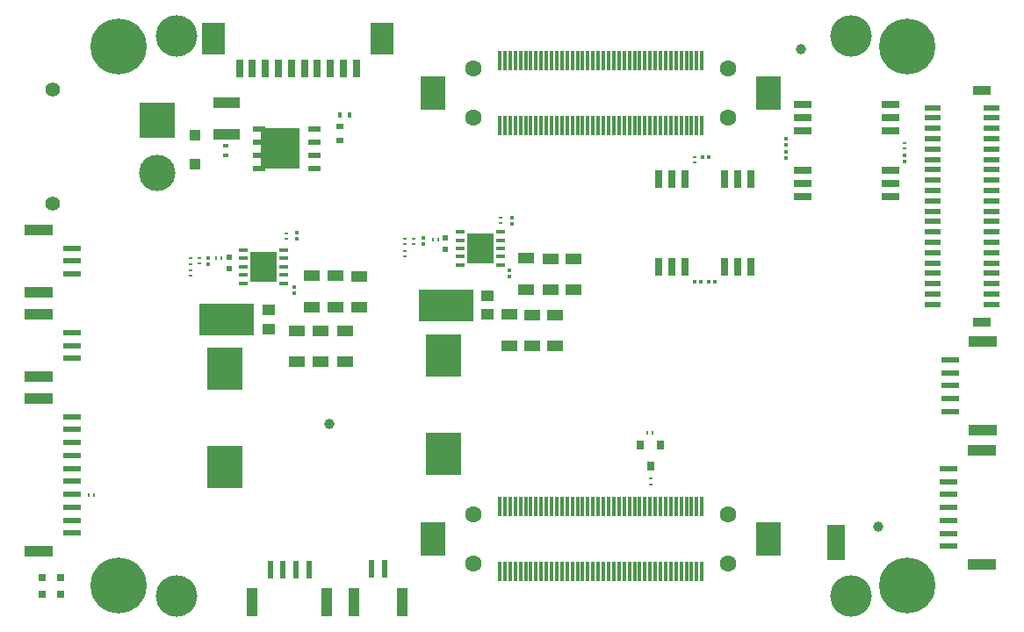
<source format=gbr>
%TF.GenerationSoftware,KiCad,Pcbnew,(5.1.8)-1*%
%TF.CreationDate,2021-06-12T11:00:54-04:00*%
%TF.ProjectId,pixc4-jetson-universal-carrier,70697863-342d-46a6-9574-736f6e2d756e,rev?*%
%TF.SameCoordinates,Original*%
%TF.FileFunction,Soldermask,Top*%
%TF.FilePolarity,Negative*%
%FSLAX46Y46*%
G04 Gerber Fmt 4.6, Leading zero omitted, Abs format (unit mm)*
G04 Created by KiCad (PCBNEW (5.1.8)-1) date 2021-06-12 11:00:54*
%MOMM*%
%LPD*%
G01*
G04 APERTURE LIST*
%ADD10R,3.500001X4.099999*%
%ADD11R,3.500000X4.100000*%
%ADD12C,4.000000*%
%ADD13C,1.600000*%
%ADD14R,2.450000X3.200000*%
%ADD15R,0.300000X1.900000*%
%ADD16R,1.800000X0.600000*%
%ADD17R,2.800000X1.000000*%
%ADD18R,0.280000X0.430000*%
%ADD19R,1.800000X0.850000*%
%ADD20R,1.600000X0.600000*%
%ADD21R,0.400000X0.600000*%
%ADD22R,0.430000X0.280000*%
%ADD23R,0.600000X0.400000*%
%ADD24R,3.750000X3.910000*%
%ADD25R,1.270000X0.610000*%
%ADD26C,3.500000*%
%ADD27R,3.500000X3.500000*%
%ADD28C,1.400000*%
%ADD29R,0.800000X1.700000*%
%ADD30R,2.200000X3.100000*%
%ADD31R,0.700000X0.600000*%
%ADD32R,1.100000X1.100000*%
%ADD33R,2.500000X1.000000*%
%ADD34R,0.800000X0.900000*%
%ADD35R,1.143000X0.990600*%
%ADD36R,5.207000X3.098800*%
%ADD37R,2.600000X3.000000*%
%ADD38R,0.860000X0.320000*%
%ADD39R,1.714500X0.762000*%
%ADD40R,0.762000X1.714500*%
%ADD41R,1.800000X3.400000*%
%ADD42R,0.600000X1.800000*%
%ADD43R,1.000000X2.800000*%
%ADD44C,1.000000*%
%ADD45R,0.800000X0.800000*%
%ADD46R,1.600000X1.000000*%
%ADD47R,0.350000X0.300000*%
%ADD48R,0.500000X0.600000*%
%ADD49R,0.300000X0.350000*%
%ADD50C,5.400000*%
%ADD51C,0.800000*%
G04 APERTURE END LIST*
D10*
%TO.C,L1*%
X92831920Y-121054060D03*
D11*
X92831920Y-111554060D03*
%TD*%
D10*
%TO.C,L2*%
X71744840Y-122306480D03*
D11*
X71744840Y-112806480D03*
%TD*%
D12*
%TO.C,U5*%
X132105400Y-134734300D03*
X67105400Y-134734300D03*
X132105400Y-80734300D03*
X67105400Y-80734300D03*
%TD*%
D13*
%TO.C,J5*%
X120250000Y-88625000D03*
X95750000Y-88625000D03*
D14*
X124175000Y-86250000D03*
X91825000Y-86250000D03*
D13*
X120250000Y-83875000D03*
X95750000Y-83875000D03*
D15*
X117750000Y-83100000D03*
X117250000Y-83100000D03*
X116750000Y-83100000D03*
X116250000Y-83100000D03*
X115750000Y-83100000D03*
X115250000Y-83100000D03*
X114750000Y-83100000D03*
X114250000Y-83100000D03*
X113750000Y-83100000D03*
X113250000Y-83100000D03*
X112750000Y-83100000D03*
X112250000Y-83100000D03*
X111750000Y-83100000D03*
X111250000Y-83100000D03*
X110750000Y-83100000D03*
X110250000Y-83100000D03*
X109750000Y-83100000D03*
X109250000Y-83100000D03*
X108750000Y-83100000D03*
X108250000Y-83100000D03*
X107750000Y-83100000D03*
X107250000Y-83100000D03*
X106750000Y-83100000D03*
X106250000Y-83100000D03*
X105750000Y-83100000D03*
X105250000Y-83100000D03*
X104750000Y-83100000D03*
X104250000Y-83100000D03*
X103750000Y-83100000D03*
X103250000Y-83100000D03*
X102750000Y-83100000D03*
X102250000Y-83100000D03*
X101750000Y-83100000D03*
X101250000Y-83100000D03*
X100750000Y-83100000D03*
X100250000Y-83100000D03*
X99750000Y-83100000D03*
X99250000Y-83100000D03*
X98750000Y-83100000D03*
X98250000Y-83100000D03*
X117750000Y-89400000D03*
X117250000Y-89400000D03*
X116750000Y-89400000D03*
X116250000Y-89400000D03*
X115750000Y-89400000D03*
X115250000Y-89400000D03*
X114750000Y-89400000D03*
X114250000Y-89400000D03*
X113750000Y-89400000D03*
X113250000Y-89400000D03*
X112750000Y-89400000D03*
X112250000Y-89400000D03*
X111750000Y-89400000D03*
X111250000Y-89400000D03*
X110750000Y-89400000D03*
X110250000Y-89400000D03*
X109750000Y-89400000D03*
X109250000Y-89400000D03*
X108750000Y-89400000D03*
X108250000Y-89400000D03*
X107750000Y-89400000D03*
X107250000Y-89400000D03*
X106750000Y-89400000D03*
X106250000Y-89400000D03*
X105750000Y-89400000D03*
X105250000Y-89400000D03*
X104750000Y-89400000D03*
X104250000Y-89400000D03*
X103750000Y-89400000D03*
X103250000Y-89400000D03*
X102750000Y-89400000D03*
X102250000Y-89400000D03*
X101750000Y-89400000D03*
X101250000Y-89400000D03*
X100750000Y-89400000D03*
X100250000Y-89400000D03*
X99750000Y-89400000D03*
X99250000Y-89400000D03*
X98750000Y-89400000D03*
X98250000Y-89400000D03*
%TD*%
D13*
%TO.C,J6*%
X120250000Y-131625000D03*
X95750000Y-131625000D03*
D14*
X124175000Y-129250000D03*
X91825000Y-129250000D03*
D13*
X120250000Y-126875000D03*
X95750000Y-126875000D03*
D15*
X117750000Y-126100000D03*
X117250000Y-126100000D03*
X116750000Y-126100000D03*
X116250000Y-126100000D03*
X115750000Y-126100000D03*
X115250000Y-126100000D03*
X114750000Y-126100000D03*
X114250000Y-126100000D03*
X113750000Y-126100000D03*
X113250000Y-126100000D03*
X112750000Y-126100000D03*
X112250000Y-126100000D03*
X111750000Y-126100000D03*
X111250000Y-126100000D03*
X110750000Y-126100000D03*
X110250000Y-126100000D03*
X109750000Y-126100000D03*
X109250000Y-126100000D03*
X108750000Y-126100000D03*
X108250000Y-126100000D03*
X107750000Y-126100000D03*
X107250000Y-126100000D03*
X106750000Y-126100000D03*
X106250000Y-126100000D03*
X105750000Y-126100000D03*
X105250000Y-126100000D03*
X104750000Y-126100000D03*
X104250000Y-126100000D03*
X103750000Y-126100000D03*
X103250000Y-126100000D03*
X102750000Y-126100000D03*
X102250000Y-126100000D03*
X101750000Y-126100000D03*
X101250000Y-126100000D03*
X100750000Y-126100000D03*
X100250000Y-126100000D03*
X99750000Y-126100000D03*
X99250000Y-126100000D03*
X98750000Y-126100000D03*
X98250000Y-126100000D03*
X117750000Y-132400000D03*
X117250000Y-132400000D03*
X116750000Y-132400000D03*
X116250000Y-132400000D03*
X115750000Y-132400000D03*
X115250000Y-132400000D03*
X114750000Y-132400000D03*
X114250000Y-132400000D03*
X113750000Y-132400000D03*
X113250000Y-132400000D03*
X112750000Y-132400000D03*
X112250000Y-132400000D03*
X111750000Y-132400000D03*
X111250000Y-132400000D03*
X110750000Y-132400000D03*
X110250000Y-132400000D03*
X109750000Y-132400000D03*
X109250000Y-132400000D03*
X108750000Y-132400000D03*
X108250000Y-132400000D03*
X107750000Y-132400000D03*
X107250000Y-132400000D03*
X106750000Y-132400000D03*
X106250000Y-132400000D03*
X105750000Y-132400000D03*
X105250000Y-132400000D03*
X104750000Y-132400000D03*
X104250000Y-132400000D03*
X103750000Y-132400000D03*
X103250000Y-132400000D03*
X102750000Y-132400000D03*
X102250000Y-132400000D03*
X101750000Y-132400000D03*
X101250000Y-132400000D03*
X100750000Y-132400000D03*
X100250000Y-132400000D03*
X99750000Y-132400000D03*
X99250000Y-132400000D03*
X98750000Y-132400000D03*
X98250000Y-132400000D03*
%TD*%
D16*
%TO.C,J19*%
X141650920Y-116990500D03*
X141650920Y-115740500D03*
X141650920Y-114490500D03*
X141650920Y-113240500D03*
X141650920Y-111990500D03*
D17*
X144850920Y-110240500D03*
X144850920Y-118740500D03*
%TD*%
D16*
%TO.C,J16*%
X57027680Y-109349980D03*
X57027680Y-110599980D03*
X57027680Y-111849980D03*
D17*
X53827680Y-113599980D03*
X53827680Y-107599980D03*
%TD*%
D18*
%TO.C,R19*%
X58623200Y-124993400D03*
X59143200Y-124993400D03*
%TD*%
D19*
%TO.C,J15*%
X144694360Y-85979940D03*
X144694360Y-108329940D03*
D20*
X145694360Y-106654940D03*
X139994360Y-106654940D03*
X145694360Y-105654940D03*
X139994360Y-105654940D03*
X145694360Y-104654940D03*
X139994360Y-104654940D03*
X145694360Y-103654940D03*
X139994360Y-103654940D03*
X145694360Y-102654940D03*
X139994360Y-102654940D03*
X145694360Y-101654940D03*
X139994360Y-101654940D03*
X145694360Y-100654940D03*
X139994360Y-100654940D03*
X145694360Y-99654940D03*
X139994360Y-99654940D03*
X145694360Y-98654940D03*
X139994360Y-98654940D03*
X145694360Y-97654940D03*
X139994360Y-97654940D03*
X145694360Y-96654940D03*
X139994360Y-96654940D03*
X145694360Y-95654940D03*
X139994360Y-95654940D03*
X145694360Y-94654940D03*
X139994360Y-94654940D03*
X145694360Y-93654940D03*
X139994360Y-93654940D03*
X145694360Y-92654940D03*
X139994360Y-92654940D03*
X145694360Y-91654940D03*
X139994360Y-91654940D03*
X145694360Y-90654940D03*
X139994360Y-90654940D03*
X145694360Y-89654940D03*
X139994360Y-89654940D03*
X145694360Y-88654940D03*
X139994360Y-88654940D03*
X145694360Y-87654940D03*
X139994360Y-87654940D03*
%TD*%
D21*
%TO.C,R18*%
X82856500Y-88379300D03*
X83756500Y-88379300D03*
%TD*%
D22*
%TO.C,R12*%
X89979500Y-100298600D03*
X89979500Y-100818600D03*
%TD*%
%TO.C,R11*%
X89090500Y-100824600D03*
X89090500Y-100304600D03*
%TD*%
%TO.C,R10*%
X89090500Y-101980300D03*
X89090500Y-101460300D03*
%TD*%
D23*
%TO.C,R5*%
X71869300Y-92251100D03*
X71869300Y-91351100D03*
%TD*%
D24*
%TO.C,Q2*%
X77076700Y-91630500D03*
D25*
X75066700Y-93535500D03*
X75066700Y-92265500D03*
X75066700Y-90995500D03*
X75066700Y-89725500D03*
X80406700Y-89725500D03*
X80406700Y-90995500D03*
X80406700Y-92265500D03*
X80406700Y-93535500D03*
%TD*%
D26*
%TO.C,J27*%
X65194180Y-93920320D03*
D27*
X65194180Y-88920320D03*
D28*
X55194180Y-96920320D03*
X55194180Y-85920320D03*
%TD*%
D16*
%TO.C,J25*%
X141539160Y-129980380D03*
X141539160Y-128730380D03*
X141539160Y-127480380D03*
X141539160Y-126230380D03*
X141539160Y-124980380D03*
X141539160Y-123730380D03*
X141539160Y-122480380D03*
D17*
X144739160Y-120730380D03*
X144739160Y-131730380D03*
%TD*%
D16*
%TO.C,J20*%
X57027680Y-117464160D03*
X57027680Y-118714160D03*
X57027680Y-119964160D03*
X57027680Y-121214160D03*
X57027680Y-122464160D03*
X57027680Y-123714160D03*
X57027680Y-124964160D03*
X57027680Y-126214160D03*
X57027680Y-127464160D03*
X57027680Y-128714160D03*
D17*
X53827680Y-130439160D03*
X53827680Y-115739160D03*
%TD*%
D16*
%TO.C,J13*%
X57027680Y-101210800D03*
X57027680Y-102460800D03*
X57027680Y-103710800D03*
D17*
X53827680Y-105460800D03*
X53827680Y-99460800D03*
%TD*%
D29*
%TO.C,J10*%
X84415800Y-83893320D03*
X83165800Y-83893320D03*
X81915800Y-83893320D03*
X80665800Y-83893320D03*
X79415800Y-83893320D03*
X78165800Y-83893320D03*
X76915800Y-83893320D03*
X75665800Y-83893320D03*
X74415800Y-83893320D03*
X73165800Y-83893320D03*
D30*
X86915800Y-80993320D03*
X70665800Y-80993320D03*
%TD*%
D31*
%TO.C,D6*%
X82854800Y-89470000D03*
X82854800Y-90870000D03*
%TD*%
D32*
%TO.C,D1*%
X68834000Y-93081300D03*
X68834000Y-90281300D03*
%TD*%
D33*
%TO.C,C9*%
X71920100Y-90209500D03*
X71920100Y-87209500D03*
%TD*%
D22*
%TO.C,R2*%
X112801400Y-123980860D03*
X112801400Y-123460860D03*
%TD*%
D18*
%TO.C,R1*%
X113004600Y-119011700D03*
X112484600Y-119011700D03*
%TD*%
D34*
%TO.C,Q1*%
X113726000Y-120199400D03*
X111826000Y-120199400D03*
X112776000Y-122199400D03*
%TD*%
D35*
%TO.C,D2*%
X97038160Y-105793019D03*
X97038160Y-107633021D03*
D36*
X93050360Y-106713020D03*
%TD*%
D35*
%TO.C,D3*%
X75948540Y-107151398D03*
X75948540Y-108991400D03*
D36*
X71960740Y-108071399D03*
%TD*%
D37*
%TO.C,U4*%
X75498960Y-102994460D03*
D38*
X73563960Y-104594460D03*
X73563960Y-103794460D03*
X73563960Y-102994460D03*
X73563960Y-102194460D03*
X73563960Y-101394460D03*
X77433960Y-101394460D03*
X77433960Y-102194460D03*
X77433960Y-102994460D03*
X77433960Y-103794460D03*
X77433960Y-104594460D03*
%TD*%
D37*
%TO.C,U3*%
X96382840Y-101244400D03*
D38*
X94447840Y-102844400D03*
X94447840Y-102044400D03*
X94447840Y-101244400D03*
X94447840Y-100444400D03*
X94447840Y-99644400D03*
X98317840Y-99644400D03*
X98317840Y-100444400D03*
X98317840Y-101244400D03*
X98317840Y-102044400D03*
X98317840Y-102844400D03*
%TD*%
D39*
%TO.C,U2*%
X135910320Y-87396320D03*
X135910320Y-88666320D03*
X135910320Y-89936320D03*
X135910320Y-95016320D03*
X135910320Y-93746320D03*
X135910320Y-96286320D03*
X127464820Y-96286320D03*
X127464820Y-93746320D03*
X127464820Y-89936320D03*
X127464820Y-88666320D03*
X127464820Y-87396320D03*
X127464820Y-95016320D03*
%TD*%
D40*
%TO.C,U1*%
X113565940Y-94569280D03*
X114835940Y-94569280D03*
X116105940Y-94569280D03*
X121185940Y-94569280D03*
X119915940Y-94569280D03*
X122455940Y-94569280D03*
X122455940Y-103014780D03*
X119915940Y-103014780D03*
X116105940Y-103014780D03*
X114835940Y-103014780D03*
X113565940Y-103014780D03*
X121185940Y-103014780D03*
%TD*%
D41*
%TO.C,TP1*%
X130708400Y-129616200D03*
%TD*%
D22*
%TO.C,R15*%
X69331840Y-102202680D03*
X69331840Y-102722680D03*
%TD*%
%TO.C,R14*%
X68442840Y-102734680D03*
X68442840Y-102214680D03*
%TD*%
%TO.C,R13*%
X68442840Y-103840280D03*
X68442840Y-103320280D03*
%TD*%
%TO.C,R9*%
X77688440Y-99815080D03*
X77688440Y-100335080D03*
%TD*%
D18*
%TO.C,R7*%
X70875240Y-102163880D03*
X71395240Y-102163880D03*
%TD*%
D22*
%TO.C,R8*%
X98374200Y-98299620D03*
X98374200Y-98819620D03*
%TD*%
D18*
%TO.C,R6*%
X91777820Y-100403660D03*
X92297820Y-100403660D03*
%TD*%
D22*
%TO.C,R4*%
X137299700Y-91592400D03*
X137299700Y-91072400D03*
%TD*%
%TO.C,R3*%
X117005100Y-92411900D03*
X117005100Y-92931900D03*
%TD*%
D42*
%TO.C,J12*%
X76123320Y-132189420D03*
X77373320Y-132189420D03*
X78623320Y-132189420D03*
X79873320Y-132189420D03*
D43*
X81598320Y-135389420D03*
X74398320Y-135389420D03*
%TD*%
D42*
%TO.C,J11*%
X85910420Y-132168900D03*
X87160420Y-132168900D03*
D43*
X88885420Y-135368900D03*
X84185420Y-135368900D03*
%TD*%
D44*
%TO.C,FID4*%
X127279400Y-81991200D03*
%TD*%
%TO.C,FID2*%
X134759700Y-128041400D03*
%TD*%
%TO.C,FID1*%
X81826100Y-118211600D03*
%TD*%
D45*
%TO.C,D5*%
X55956200Y-132981900D03*
X55956200Y-134581900D03*
%TD*%
%TO.C,D4*%
X54114700Y-133007300D03*
X54114700Y-134607300D03*
%TD*%
D46*
%TO.C,C27*%
X83309460Y-112180500D03*
X83309460Y-109180500D03*
%TD*%
%TO.C,C25*%
X80995520Y-112181900D03*
X80995520Y-109181900D03*
%TD*%
%TO.C,C23*%
X78712060Y-112194600D03*
X78712060Y-109194600D03*
%TD*%
D47*
%TO.C,C21*%
X78475840Y-105543280D03*
X78475840Y-104983280D03*
%TD*%
D48*
%TO.C,C19*%
X72151240Y-102105280D03*
X72151240Y-103205280D03*
%TD*%
D47*
%TO.C,C17*%
X70170040Y-102189280D03*
X70170040Y-102749280D03*
%TD*%
%TO.C,C15*%
X78653640Y-100309680D03*
X78653640Y-99749680D03*
%TD*%
D46*
%TO.C,C13*%
X84703920Y-103931720D03*
X84703920Y-106931720D03*
%TD*%
%TO.C,C11*%
X82443320Y-103906320D03*
X82443320Y-106906320D03*
%TD*%
%TO.C,C8*%
X80159860Y-103906060D03*
X80159860Y-106906060D03*
%TD*%
%TO.C,C26*%
X103571040Y-110644940D03*
X103571040Y-107644940D03*
%TD*%
%TO.C,C24*%
X101394260Y-110647740D03*
X101394260Y-107647740D03*
%TD*%
%TO.C,C22*%
X99181920Y-110632500D03*
X99181920Y-107632500D03*
%TD*%
D47*
%TO.C,C20*%
X99204780Y-103950700D03*
X99204780Y-103390700D03*
%TD*%
D48*
%TO.C,C18*%
X93037660Y-100225860D03*
X93037660Y-101325860D03*
%TD*%
D47*
%TO.C,C16*%
X90896440Y-100268440D03*
X90896440Y-100828440D03*
%TD*%
%TO.C,C14*%
X99415600Y-98839020D03*
X99415600Y-98279020D03*
%TD*%
D46*
%TO.C,C12*%
X100777040Y-102194100D03*
X100777040Y-105194100D03*
%TD*%
%TO.C,C10*%
X103126540Y-102232200D03*
X103126540Y-105232200D03*
%TD*%
%TO.C,C7*%
X105387140Y-102232200D03*
X105387140Y-105232200D03*
%TD*%
D47*
%TO.C,C6*%
X137302240Y-92308080D03*
X137302240Y-92868080D03*
%TD*%
D49*
%TO.C,C5*%
X117829400Y-92430600D03*
X118389400Y-92430600D03*
%TD*%
D47*
%TO.C,C4*%
X125844300Y-92520700D03*
X125844300Y-91960700D03*
%TD*%
D49*
%TO.C,C3*%
X118964640Y-104482900D03*
X118404640Y-104482900D03*
%TD*%
D47*
%TO.C,C2*%
X125831600Y-90689500D03*
X125831600Y-91249500D03*
%TD*%
D49*
%TO.C,C1*%
X117052160Y-104482900D03*
X117612160Y-104482900D03*
%TD*%
D50*
%TO.C,J4*%
X137500000Y-133750000D03*
D51*
X139525000Y-133750000D03*
X138931891Y-135181891D03*
X137500000Y-135775000D03*
X136068109Y-135181891D03*
X135475000Y-133750000D03*
X136068109Y-132318109D03*
X137500000Y-131725000D03*
X138931891Y-132318109D03*
%TD*%
D50*
%TO.C,J3*%
X137500000Y-81750000D03*
D51*
X139525000Y-81750000D03*
X138931891Y-83181891D03*
X137500000Y-83775000D03*
X136068109Y-83181891D03*
X135475000Y-81750000D03*
X136068109Y-80318109D03*
X137500000Y-79725000D03*
X138931891Y-80318109D03*
%TD*%
D50*
%TO.C,J2*%
X61500000Y-133750000D03*
D51*
X63525000Y-133750000D03*
X62931891Y-135181891D03*
X61500000Y-135775000D03*
X60068109Y-135181891D03*
X59475000Y-133750000D03*
X60068109Y-132318109D03*
X61500000Y-131725000D03*
X62931891Y-132318109D03*
%TD*%
D50*
%TO.C,J1*%
X61500000Y-81750000D03*
D51*
X63525000Y-81750000D03*
X62931891Y-83181891D03*
X61500000Y-83775000D03*
X60068109Y-83181891D03*
X59475000Y-81750000D03*
X60068109Y-80318109D03*
X61500000Y-79725000D03*
X62931891Y-80318109D03*
%TD*%
M02*

</source>
